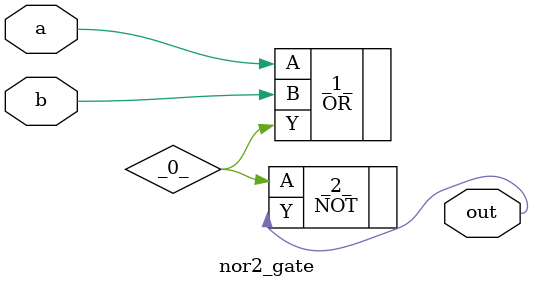
<source format=v>
/* Generated by Yosys 0.41+83 (git sha1 7045cf509, x86_64-w64-mingw32-g++ 13.2.1 -Os) */

/* cells_not_processed =  1  */
/* src = "nor2_gate.v:2.1-13.10" */
module nor2_gate(a, b, out);
  wire _0_;
  /* src = "nor2_gate.v:3.9-3.10" */
  input a;
  wire a;
  /* src = "nor2_gate.v:4.9-4.10" */
  input b;
  wire b;
  /* src = "nor2_gate.v:5.14-5.17" */
  output out;
  wire out;
  OR _1_ (
    .A(a),
    .B(b),
    .Y(_0_)
  );
  NOT _2_ (
    .A(_0_),
    .Y(out)
  );
endmodule

</source>
